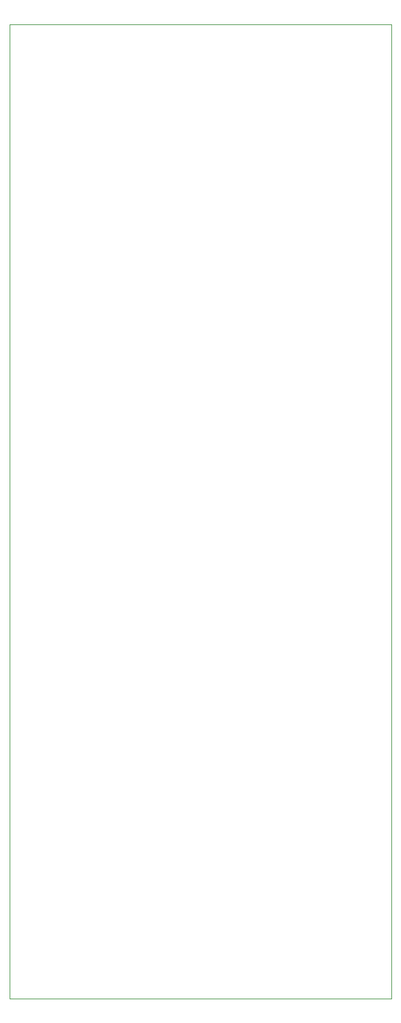
<source format=gbr>
%TF.GenerationSoftware,KiCad,Pcbnew,5.1.8-5.1.8*%
%TF.CreationDate,2020-12-14T22:16:24-06:00*%
%TF.ProjectId,Mini2CV,4d696e69-3243-4562-9e6b-696361645f70,rev?*%
%TF.SameCoordinates,Original*%
%TF.FileFunction,Profile,NP*%
%FSLAX46Y46*%
G04 Gerber Fmt 4.6, Leading zero omitted, Abs format (unit mm)*
G04 Created by KiCad (PCBNEW 5.1.8-5.1.8) date 2020-12-14 22:16:24*
%MOMM*%
%LPD*%
G01*
G04 APERTURE LIST*
%TA.AperFunction,Profile*%
%ADD10C,0.050000*%
%TD*%
G04 APERTURE END LIST*
D10*
X140800000Y-25800000D02*
X90400000Y-25800000D01*
X140800000Y-154300000D02*
X140800000Y-25800000D01*
X90400000Y-154300000D02*
X140800000Y-154300000D01*
X90400000Y-25800000D02*
X90400000Y-154300000D01*
M02*

</source>
